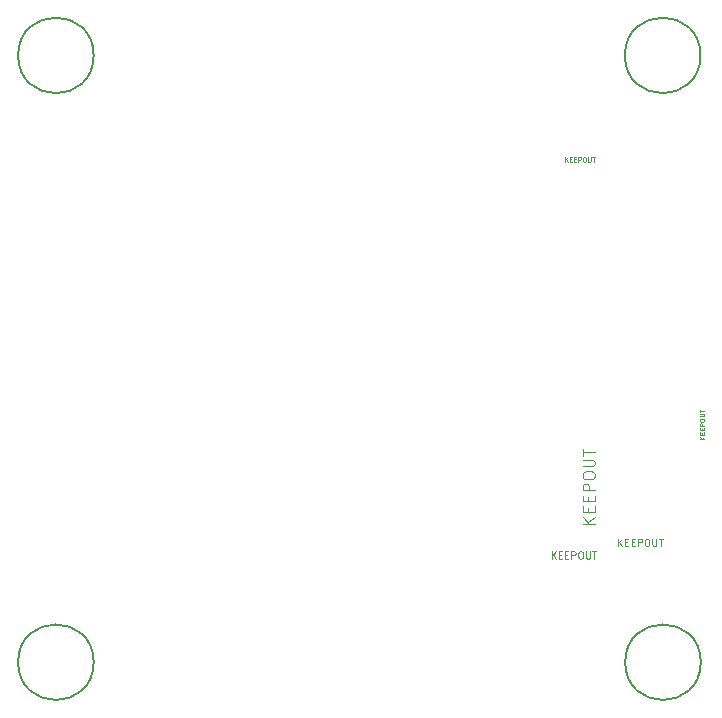
<source format=gbr>
%TF.GenerationSoftware,KiCad,Pcbnew,9.0.0*%
%TF.CreationDate,2025-03-31T19:39:25-04:00*%
%TF.ProjectId,nano405,6e616e6f-3430-4352-9e6b-696361645f70,A*%
%TF.SameCoordinates,Original*%
%TF.FileFunction,Other,Comment*%
%FSLAX46Y46*%
G04 Gerber Fmt 4.6, Leading zero omitted, Abs format (unit mm)*
G04 Created by KiCad (PCBNEW 9.0.0) date 2025-03-31 19:39:25*
%MOMM*%
%LPD*%
G01*
G04 APERTURE LIST*
%ADD10C,0.070000*%
%ADD11C,0.060000*%
%ADD12C,0.090000*%
%ADD13C,0.100000*%
%ADD14C,0.150000*%
G04 APERTURE END LIST*
D10*
X145111904Y-56616407D02*
X145111904Y-56216407D01*
X145340475Y-56616407D02*
X145169046Y-56387836D01*
X145340475Y-56216407D02*
X145111904Y-56444979D01*
X145511904Y-56406883D02*
X145645237Y-56406883D01*
X145702380Y-56616407D02*
X145511904Y-56616407D01*
X145511904Y-56616407D02*
X145511904Y-56216407D01*
X145511904Y-56216407D02*
X145702380Y-56216407D01*
X145873809Y-56406883D02*
X146007142Y-56406883D01*
X146064285Y-56616407D02*
X145873809Y-56616407D01*
X145873809Y-56616407D02*
X145873809Y-56216407D01*
X145873809Y-56216407D02*
X146064285Y-56216407D01*
X146235714Y-56616407D02*
X146235714Y-56216407D01*
X146235714Y-56216407D02*
X146388095Y-56216407D01*
X146388095Y-56216407D02*
X146426190Y-56235455D01*
X146426190Y-56235455D02*
X146445237Y-56254502D01*
X146445237Y-56254502D02*
X146464285Y-56292598D01*
X146464285Y-56292598D02*
X146464285Y-56349740D01*
X146464285Y-56349740D02*
X146445237Y-56387836D01*
X146445237Y-56387836D02*
X146426190Y-56406883D01*
X146426190Y-56406883D02*
X146388095Y-56425931D01*
X146388095Y-56425931D02*
X146235714Y-56425931D01*
X146711904Y-56216407D02*
X146788095Y-56216407D01*
X146788095Y-56216407D02*
X146826190Y-56235455D01*
X146826190Y-56235455D02*
X146864285Y-56273550D01*
X146864285Y-56273550D02*
X146883333Y-56349740D01*
X146883333Y-56349740D02*
X146883333Y-56483074D01*
X146883333Y-56483074D02*
X146864285Y-56559264D01*
X146864285Y-56559264D02*
X146826190Y-56597360D01*
X146826190Y-56597360D02*
X146788095Y-56616407D01*
X146788095Y-56616407D02*
X146711904Y-56616407D01*
X146711904Y-56616407D02*
X146673809Y-56597360D01*
X146673809Y-56597360D02*
X146635714Y-56559264D01*
X146635714Y-56559264D02*
X146616666Y-56483074D01*
X146616666Y-56483074D02*
X146616666Y-56349740D01*
X146616666Y-56349740D02*
X146635714Y-56273550D01*
X146635714Y-56273550D02*
X146673809Y-56235455D01*
X146673809Y-56235455D02*
X146711904Y-56216407D01*
X147054762Y-56216407D02*
X147054762Y-56540217D01*
X147054762Y-56540217D02*
X147073809Y-56578312D01*
X147073809Y-56578312D02*
X147092857Y-56597360D01*
X147092857Y-56597360D02*
X147130952Y-56616407D01*
X147130952Y-56616407D02*
X147207143Y-56616407D01*
X147207143Y-56616407D02*
X147245238Y-56597360D01*
X147245238Y-56597360D02*
X147264285Y-56578312D01*
X147264285Y-56578312D02*
X147283333Y-56540217D01*
X147283333Y-56540217D02*
X147283333Y-56216407D01*
X147416667Y-56216407D02*
X147645238Y-56216407D01*
X147530952Y-56616407D02*
X147530952Y-56216407D01*
D11*
X156906927Y-80113095D02*
X156506927Y-80113095D01*
X156906927Y-79884524D02*
X156678356Y-80055953D01*
X156506927Y-79884524D02*
X156735499Y-80113095D01*
X156697403Y-79713095D02*
X156697403Y-79579762D01*
X156906927Y-79522619D02*
X156906927Y-79713095D01*
X156906927Y-79713095D02*
X156506927Y-79713095D01*
X156506927Y-79713095D02*
X156506927Y-79522619D01*
X156697403Y-79351190D02*
X156697403Y-79217857D01*
X156906927Y-79160714D02*
X156906927Y-79351190D01*
X156906927Y-79351190D02*
X156506927Y-79351190D01*
X156506927Y-79351190D02*
X156506927Y-79160714D01*
X156906927Y-78989285D02*
X156506927Y-78989285D01*
X156506927Y-78989285D02*
X156506927Y-78836904D01*
X156506927Y-78836904D02*
X156525975Y-78798809D01*
X156525975Y-78798809D02*
X156545022Y-78779762D01*
X156545022Y-78779762D02*
X156583118Y-78760714D01*
X156583118Y-78760714D02*
X156640260Y-78760714D01*
X156640260Y-78760714D02*
X156678356Y-78779762D01*
X156678356Y-78779762D02*
X156697403Y-78798809D01*
X156697403Y-78798809D02*
X156716451Y-78836904D01*
X156716451Y-78836904D02*
X156716451Y-78989285D01*
X156506927Y-78513095D02*
X156506927Y-78436904D01*
X156506927Y-78436904D02*
X156525975Y-78398809D01*
X156525975Y-78398809D02*
X156564070Y-78360714D01*
X156564070Y-78360714D02*
X156640260Y-78341666D01*
X156640260Y-78341666D02*
X156773594Y-78341666D01*
X156773594Y-78341666D02*
X156849784Y-78360714D01*
X156849784Y-78360714D02*
X156887880Y-78398809D01*
X156887880Y-78398809D02*
X156906927Y-78436904D01*
X156906927Y-78436904D02*
X156906927Y-78513095D01*
X156906927Y-78513095D02*
X156887880Y-78551190D01*
X156887880Y-78551190D02*
X156849784Y-78589285D01*
X156849784Y-78589285D02*
X156773594Y-78608333D01*
X156773594Y-78608333D02*
X156640260Y-78608333D01*
X156640260Y-78608333D02*
X156564070Y-78589285D01*
X156564070Y-78589285D02*
X156525975Y-78551190D01*
X156525975Y-78551190D02*
X156506927Y-78513095D01*
X156506927Y-78170237D02*
X156830737Y-78170237D01*
X156830737Y-78170237D02*
X156868832Y-78151190D01*
X156868832Y-78151190D02*
X156887880Y-78132142D01*
X156887880Y-78132142D02*
X156906927Y-78094047D01*
X156906927Y-78094047D02*
X156906927Y-78017856D01*
X156906927Y-78017856D02*
X156887880Y-77979761D01*
X156887880Y-77979761D02*
X156868832Y-77960714D01*
X156868832Y-77960714D02*
X156830737Y-77941666D01*
X156830737Y-77941666D02*
X156506927Y-77941666D01*
X156506927Y-77808332D02*
X156506927Y-77579761D01*
X156906927Y-77694047D02*
X156506927Y-77694047D01*
D12*
X143967858Y-90197891D02*
X143967858Y-89597891D01*
X144310715Y-90197891D02*
X144053572Y-89855034D01*
X144310715Y-89597891D02*
X143967858Y-89940748D01*
X144567858Y-89883605D02*
X144767858Y-89883605D01*
X144853572Y-90197891D02*
X144567858Y-90197891D01*
X144567858Y-90197891D02*
X144567858Y-89597891D01*
X144567858Y-89597891D02*
X144853572Y-89597891D01*
X145110715Y-89883605D02*
X145310715Y-89883605D01*
X145396429Y-90197891D02*
X145110715Y-90197891D01*
X145110715Y-90197891D02*
X145110715Y-89597891D01*
X145110715Y-89597891D02*
X145396429Y-89597891D01*
X145653572Y-90197891D02*
X145653572Y-89597891D01*
X145653572Y-89597891D02*
X145882143Y-89597891D01*
X145882143Y-89597891D02*
X145939286Y-89626462D01*
X145939286Y-89626462D02*
X145967857Y-89655034D01*
X145967857Y-89655034D02*
X145996429Y-89712177D01*
X145996429Y-89712177D02*
X145996429Y-89797891D01*
X145996429Y-89797891D02*
X145967857Y-89855034D01*
X145967857Y-89855034D02*
X145939286Y-89883605D01*
X145939286Y-89883605D02*
X145882143Y-89912177D01*
X145882143Y-89912177D02*
X145653572Y-89912177D01*
X146367857Y-89597891D02*
X146482143Y-89597891D01*
X146482143Y-89597891D02*
X146539286Y-89626462D01*
X146539286Y-89626462D02*
X146596429Y-89683605D01*
X146596429Y-89683605D02*
X146625000Y-89797891D01*
X146625000Y-89797891D02*
X146625000Y-89997891D01*
X146625000Y-89997891D02*
X146596429Y-90112177D01*
X146596429Y-90112177D02*
X146539286Y-90169320D01*
X146539286Y-90169320D02*
X146482143Y-90197891D01*
X146482143Y-90197891D02*
X146367857Y-90197891D01*
X146367857Y-90197891D02*
X146310715Y-90169320D01*
X146310715Y-90169320D02*
X146253572Y-90112177D01*
X146253572Y-90112177D02*
X146225000Y-89997891D01*
X146225000Y-89997891D02*
X146225000Y-89797891D01*
X146225000Y-89797891D02*
X146253572Y-89683605D01*
X146253572Y-89683605D02*
X146310715Y-89626462D01*
X146310715Y-89626462D02*
X146367857Y-89597891D01*
X146882143Y-89597891D02*
X146882143Y-90083605D01*
X146882143Y-90083605D02*
X146910714Y-90140748D01*
X146910714Y-90140748D02*
X146939286Y-90169320D01*
X146939286Y-90169320D02*
X146996428Y-90197891D01*
X146996428Y-90197891D02*
X147110714Y-90197891D01*
X147110714Y-90197891D02*
X147167857Y-90169320D01*
X147167857Y-90169320D02*
X147196428Y-90140748D01*
X147196428Y-90140748D02*
X147225000Y-90083605D01*
X147225000Y-90083605D02*
X147225000Y-89597891D01*
X147424999Y-89597891D02*
X147767857Y-89597891D01*
X147596428Y-90197891D02*
X147596428Y-89597891D01*
D13*
X147607419Y-87245237D02*
X146607419Y-87245237D01*
X147607419Y-86673809D02*
X147035990Y-87102380D01*
X146607419Y-86673809D02*
X147178847Y-87245237D01*
X147083609Y-86245237D02*
X147083609Y-85911904D01*
X147607419Y-85769047D02*
X147607419Y-86245237D01*
X147607419Y-86245237D02*
X146607419Y-86245237D01*
X146607419Y-86245237D02*
X146607419Y-85769047D01*
X147083609Y-85340475D02*
X147083609Y-85007142D01*
X147607419Y-84864285D02*
X147607419Y-85340475D01*
X147607419Y-85340475D02*
X146607419Y-85340475D01*
X146607419Y-85340475D02*
X146607419Y-84864285D01*
X147607419Y-84435713D02*
X146607419Y-84435713D01*
X146607419Y-84435713D02*
X146607419Y-84054761D01*
X146607419Y-84054761D02*
X146655038Y-83959523D01*
X146655038Y-83959523D02*
X146702657Y-83911904D01*
X146702657Y-83911904D02*
X146797895Y-83864285D01*
X146797895Y-83864285D02*
X146940752Y-83864285D01*
X146940752Y-83864285D02*
X147035990Y-83911904D01*
X147035990Y-83911904D02*
X147083609Y-83959523D01*
X147083609Y-83959523D02*
X147131228Y-84054761D01*
X147131228Y-84054761D02*
X147131228Y-84435713D01*
X146607419Y-83245237D02*
X146607419Y-83054761D01*
X146607419Y-83054761D02*
X146655038Y-82959523D01*
X146655038Y-82959523D02*
X146750276Y-82864285D01*
X146750276Y-82864285D02*
X146940752Y-82816666D01*
X146940752Y-82816666D02*
X147274085Y-82816666D01*
X147274085Y-82816666D02*
X147464561Y-82864285D01*
X147464561Y-82864285D02*
X147559800Y-82959523D01*
X147559800Y-82959523D02*
X147607419Y-83054761D01*
X147607419Y-83054761D02*
X147607419Y-83245237D01*
X147607419Y-83245237D02*
X147559800Y-83340475D01*
X147559800Y-83340475D02*
X147464561Y-83435713D01*
X147464561Y-83435713D02*
X147274085Y-83483332D01*
X147274085Y-83483332D02*
X146940752Y-83483332D01*
X146940752Y-83483332D02*
X146750276Y-83435713D01*
X146750276Y-83435713D02*
X146655038Y-83340475D01*
X146655038Y-83340475D02*
X146607419Y-83245237D01*
X146607419Y-82388094D02*
X147416942Y-82388094D01*
X147416942Y-82388094D02*
X147512180Y-82340475D01*
X147512180Y-82340475D02*
X147559800Y-82292856D01*
X147559800Y-82292856D02*
X147607419Y-82197618D01*
X147607419Y-82197618D02*
X147607419Y-82007142D01*
X147607419Y-82007142D02*
X147559800Y-81911904D01*
X147559800Y-81911904D02*
X147512180Y-81864285D01*
X147512180Y-81864285D02*
X147416942Y-81816666D01*
X147416942Y-81816666D02*
X146607419Y-81816666D01*
X146607419Y-81483332D02*
X146607419Y-80911904D01*
X147607419Y-81197618D02*
X146607419Y-81197618D01*
D12*
X149592858Y-89122891D02*
X149592858Y-88522891D01*
X149935715Y-89122891D02*
X149678572Y-88780034D01*
X149935715Y-88522891D02*
X149592858Y-88865748D01*
X150192858Y-88808605D02*
X150392858Y-88808605D01*
X150478572Y-89122891D02*
X150192858Y-89122891D01*
X150192858Y-89122891D02*
X150192858Y-88522891D01*
X150192858Y-88522891D02*
X150478572Y-88522891D01*
X150735715Y-88808605D02*
X150935715Y-88808605D01*
X151021429Y-89122891D02*
X150735715Y-89122891D01*
X150735715Y-89122891D02*
X150735715Y-88522891D01*
X150735715Y-88522891D02*
X151021429Y-88522891D01*
X151278572Y-89122891D02*
X151278572Y-88522891D01*
X151278572Y-88522891D02*
X151507143Y-88522891D01*
X151507143Y-88522891D02*
X151564286Y-88551462D01*
X151564286Y-88551462D02*
X151592857Y-88580034D01*
X151592857Y-88580034D02*
X151621429Y-88637177D01*
X151621429Y-88637177D02*
X151621429Y-88722891D01*
X151621429Y-88722891D02*
X151592857Y-88780034D01*
X151592857Y-88780034D02*
X151564286Y-88808605D01*
X151564286Y-88808605D02*
X151507143Y-88837177D01*
X151507143Y-88837177D02*
X151278572Y-88837177D01*
X151992857Y-88522891D02*
X152107143Y-88522891D01*
X152107143Y-88522891D02*
X152164286Y-88551462D01*
X152164286Y-88551462D02*
X152221429Y-88608605D01*
X152221429Y-88608605D02*
X152250000Y-88722891D01*
X152250000Y-88722891D02*
X152250000Y-88922891D01*
X152250000Y-88922891D02*
X152221429Y-89037177D01*
X152221429Y-89037177D02*
X152164286Y-89094320D01*
X152164286Y-89094320D02*
X152107143Y-89122891D01*
X152107143Y-89122891D02*
X151992857Y-89122891D01*
X151992857Y-89122891D02*
X151935715Y-89094320D01*
X151935715Y-89094320D02*
X151878572Y-89037177D01*
X151878572Y-89037177D02*
X151850000Y-88922891D01*
X151850000Y-88922891D02*
X151850000Y-88722891D01*
X151850000Y-88722891D02*
X151878572Y-88608605D01*
X151878572Y-88608605D02*
X151935715Y-88551462D01*
X151935715Y-88551462D02*
X151992857Y-88522891D01*
X152507143Y-88522891D02*
X152507143Y-89008605D01*
X152507143Y-89008605D02*
X152535714Y-89065748D01*
X152535714Y-89065748D02*
X152564286Y-89094320D01*
X152564286Y-89094320D02*
X152621428Y-89122891D01*
X152621428Y-89122891D02*
X152735714Y-89122891D01*
X152735714Y-89122891D02*
X152792857Y-89094320D01*
X152792857Y-89094320D02*
X152821428Y-89065748D01*
X152821428Y-89065748D02*
X152850000Y-89008605D01*
X152850000Y-89008605D02*
X152850000Y-88522891D01*
X153049999Y-88522891D02*
X153392857Y-88522891D01*
X153221428Y-89122891D02*
X153221428Y-88522891D01*
D14*
%TO.C,H3*%
X156600000Y-98975000D02*
G75*
G02*
X150200000Y-98975000I-3200000J0D01*
G01*
X150200000Y-98975000D02*
G75*
G02*
X156600000Y-98975000I3200000J0D01*
G01*
%TO.C,H4*%
X105200000Y-98975000D02*
G75*
G02*
X98800000Y-98975000I-3200000J0D01*
G01*
X98800000Y-98975000D02*
G75*
G02*
X105200000Y-98975000I3200000J0D01*
G01*
%TO.C,H2*%
X156575000Y-47600000D02*
G75*
G02*
X150175000Y-47600000I-3200000J0D01*
G01*
X150175000Y-47600000D02*
G75*
G02*
X156575000Y-47600000I3200000J0D01*
G01*
%TO.C,H1*%
X105199175Y-47599175D02*
G75*
G02*
X98799175Y-47599175I-3200000J0D01*
G01*
X98799175Y-47599175D02*
G75*
G02*
X105199175Y-47599175I3200000J0D01*
G01*
%TD*%
M02*

</source>
